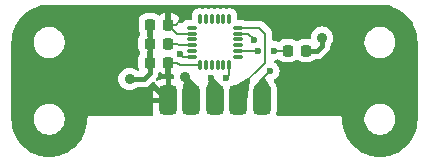
<source format=gbr>
%TF.GenerationSoftware,KiCad,Pcbnew,8.0.8*%
%TF.CreationDate,2025-02-04T17:25:34+01:00*%
%TF.ProjectId,IMU_PCB,494d555f-5043-4422-9e6b-696361645f70,rev?*%
%TF.SameCoordinates,Original*%
%TF.FileFunction,Copper,L1,Top*%
%TF.FilePolarity,Positive*%
%FSLAX46Y46*%
G04 Gerber Fmt 4.6, Leading zero omitted, Abs format (unit mm)*
G04 Created by KiCad (PCBNEW 8.0.8) date 2025-02-04 17:25:34*
%MOMM*%
%LPD*%
G01*
G04 APERTURE LIST*
G04 Aperture macros list*
%AMRoundRect*
0 Rectangle with rounded corners*
0 $1 Rounding radius*
0 $2 $3 $4 $5 $6 $7 $8 $9 X,Y pos of 4 corners*
0 Add a 4 corners polygon primitive as box body*
4,1,4,$2,$3,$4,$5,$6,$7,$8,$9,$2,$3,0*
0 Add four circle primitives for the rounded corners*
1,1,$1+$1,$2,$3*
1,1,$1+$1,$4,$5*
1,1,$1+$1,$6,$7*
1,1,$1+$1,$8,$9*
0 Add four rect primitives between the rounded corners*
20,1,$1+$1,$2,$3,$4,$5,0*
20,1,$1+$1,$4,$5,$6,$7,0*
20,1,$1+$1,$6,$7,$8,$9,0*
20,1,$1+$1,$8,$9,$2,$3,0*%
G04 Aperture macros list end*
%TA.AperFunction,SMDPad,CuDef*%
%ADD10RoundRect,0.375000X0.375000X-0.875000X0.375000X0.875000X-0.375000X0.875000X-0.375000X-0.875000X0*%
%TD*%
%TA.AperFunction,SMDPad,CuDef*%
%ADD11RoundRect,0.075000X-0.075000X0.350000X-0.075000X-0.350000X0.075000X-0.350000X0.075000X0.350000X0*%
%TD*%
%TA.AperFunction,SMDPad,CuDef*%
%ADD12RoundRect,0.075000X-0.350000X-0.075000X0.350000X-0.075000X0.350000X0.075000X-0.350000X0.075000X0*%
%TD*%
%TA.AperFunction,SMDPad,CuDef*%
%ADD13RoundRect,0.225000X0.225000X0.250000X-0.225000X0.250000X-0.225000X-0.250000X0.225000X-0.250000X0*%
%TD*%
%TA.AperFunction,SMDPad,CuDef*%
%ADD14RoundRect,0.225000X-0.225000X-0.250000X0.225000X-0.250000X0.225000X0.250000X-0.225000X0.250000X0*%
%TD*%
%TA.AperFunction,ViaPad*%
%ADD15C,0.600000*%
%TD*%
%TA.AperFunction,ViaPad*%
%ADD16C,0.900000*%
%TD*%
%TA.AperFunction,Conductor*%
%ADD17C,0.400000*%
%TD*%
%TA.AperFunction,Conductor*%
%ADD18C,0.200000*%
%TD*%
G04 APERTURE END LIST*
D10*
%TO.P,IMU_Conn1,1,Pin_1*%
%TO.N,+3.3V*%
X110525000Y-48350000D03*
%TO.P,IMU_Conn1,2,Pin_2*%
%TO.N,GND*%
X112525000Y-48350000D03*
%TO.P,IMU_Conn1,3,Pin_3*%
%TO.N,I2C3_IMU_INT*%
X114525000Y-48350000D03*
%TO.P,IMU_Conn1,4,Pin_4*%
%TO.N,I2C3_SDA*%
X116525000Y-48350000D03*
%TO.P,IMU_Conn1,5,Pin_5*%
%TO.N,I2C3_SCL*%
X118525000Y-48350000D03*
%TD*%
D11*
%TO.P,U2,1,CLKIN*%
%TO.N,unconnected-(U2-CLKIN-Pad1)*%
X115750000Y-41550000D03*
%TO.P,U2,2,NC*%
%TO.N,unconnected-(U2-NC-Pad2)*%
X115250000Y-41550000D03*
%TO.P,U2,3,NC*%
%TO.N,unconnected-(U2-NC-Pad3)*%
X114750000Y-41550000D03*
%TO.P,U2,4,NC*%
%TO.N,unconnected-(U2-NC-Pad4)*%
X114250000Y-41550000D03*
%TO.P,U2,5,NC*%
%TO.N,unconnected-(U2-NC-Pad5)*%
X113750000Y-41550000D03*
%TO.P,U2,6,AUX_DA*%
%TO.N,unconnected-(U2-AUX_DA-Pad6)*%
X113250000Y-41550000D03*
D12*
%TO.P,U2,7,AUX_CL*%
%TO.N,unconnected-(U2-AUX_CL-Pad7)*%
X112550000Y-42250000D03*
%TO.P,U2,8,VLOGIC*%
%TO.N,+3.3V*%
X112550000Y-42750000D03*
%TO.P,U2,9,AD0*%
%TO.N,unconnected-(U2-AD0-Pad9)*%
X112550000Y-43250000D03*
%TO.P,U2,10,REGOUT*%
%TO.N,Net-(U2-REGOUT)*%
X112550000Y-43750000D03*
%TO.P,U2,11,FSYNC*%
%TO.N,unconnected-(U2-FSYNC-Pad11)*%
X112550000Y-44250000D03*
%TO.P,U2,12,INT*%
%TO.N,I2C3_IMU_INT*%
X112550000Y-44750000D03*
D11*
%TO.P,U2,13,VDD*%
%TO.N,+3.3V*%
X113250000Y-45450000D03*
%TO.P,U2,14,NC*%
%TO.N,unconnected-(U2-NC-Pad14)*%
X113750000Y-45450000D03*
%TO.P,U2,15,NC*%
%TO.N,unconnected-(U2-NC-Pad15)*%
X114250000Y-45450000D03*
%TO.P,U2,16,NC*%
%TO.N,unconnected-(U2-NC-Pad16)*%
X114750000Y-45450000D03*
%TO.P,U2,17,NC*%
%TO.N,unconnected-(U2-NC-Pad17)*%
X115250000Y-45450000D03*
%TO.P,U2,18,GND*%
%TO.N,GND*%
X115750000Y-45450000D03*
D12*
%TO.P,U2,19,RESV*%
%TO.N,unconnected-(U2-RESV-Pad19)*%
X116450000Y-44750000D03*
%TO.P,U2,20,CPOUT*%
%TO.N,Net-(U2-CPOUT)*%
X116450000Y-44250000D03*
%TO.P,U2,21,RESV*%
%TO.N,unconnected-(U2-RESV-Pad21)*%
X116450000Y-43750000D03*
%TO.P,U2,22,RESV*%
%TO.N,unconnected-(U2-RESV-Pad22)*%
X116450000Y-43250000D03*
%TO.P,U2,23,SCL*%
%TO.N,I2C3_SCL*%
X116450000Y-42750000D03*
%TO.P,U2,24,SDA*%
%TO.N,I2C3_SDA*%
X116450000Y-42250000D03*
%TD*%
D13*
%TO.P,C5,1*%
%TO.N,Net-(U2-REGOUT)*%
X110550000Y-43600000D03*
%TO.P,C5,2*%
%TO.N,GND*%
X109000000Y-43600000D03*
%TD*%
%TO.P,C3,1*%
%TO.N,+3.3V*%
X110575000Y-42000000D03*
%TO.P,C3,2*%
%TO.N,GND*%
X109025000Y-42000000D03*
%TD*%
D14*
%TO.P,C4,1*%
%TO.N,GND*%
X109000000Y-45200000D03*
%TO.P,C4,2*%
%TO.N,+3.3V*%
X110550000Y-45200000D03*
%TD*%
D13*
%TO.P,C6,1*%
%TO.N,GND*%
X122250000Y-44200000D03*
%TO.P,C6,2*%
%TO.N,Net-(U2-CPOUT)*%
X120700000Y-44200000D03*
%TD*%
D15*
%TO.N,GND*%
X109025000Y-44500000D03*
X115500000Y-46500000D03*
D16*
X107300000Y-46600000D03*
D15*
X109025000Y-42800000D03*
D16*
X112000000Y-46400000D03*
X123600000Y-43100000D03*
D15*
%TO.N,I2C3_IMU_INT*%
X111600000Y-44500000D03*
X114200000Y-46500000D03*
%TO.N,I2C3_SCL*%
X117800000Y-43300000D03*
X119200000Y-45900000D03*
%TO.N,Net-(U2-CPOUT)*%
X118200000Y-44200000D03*
X119500000Y-44200000D03*
%TD*%
D17*
%TO.N,GND*%
X123600000Y-43800000D02*
X123200000Y-44200000D01*
X109025000Y-42000000D02*
X109025000Y-42800000D01*
X107300000Y-46600000D02*
X107200000Y-46600000D01*
X109025000Y-44500000D02*
X109025000Y-45175000D01*
X108600000Y-46500000D02*
X108500000Y-46600000D01*
X109000000Y-46100000D02*
X108600000Y-46500000D01*
D18*
X115750000Y-46250000D02*
X115500000Y-46500000D01*
D17*
X112000000Y-46400000D02*
X112525000Y-46925000D01*
X109000000Y-45200000D02*
X109000000Y-46100000D01*
X123200000Y-44200000D02*
X122250000Y-44200000D01*
X109025000Y-42800000D02*
X109025000Y-44500000D01*
X108500000Y-46600000D02*
X107300000Y-46600000D01*
X112525000Y-46925000D02*
X112525000Y-48350000D01*
X123600000Y-43100000D02*
X123600000Y-43800000D01*
D18*
X115750000Y-45450000D02*
X115750000Y-46250000D01*
%TO.N,I2C3_IMU_INT*%
X114200000Y-46500000D02*
X114525000Y-46825000D01*
X112550000Y-44750000D02*
X111850000Y-44750000D01*
X114525000Y-46825000D02*
X114525000Y-48350000D01*
X111850000Y-44750000D02*
X111600000Y-44500000D01*
X114200000Y-46500000D02*
X114100000Y-46500000D01*
%TO.N,+3.3V*%
X111550000Y-45450000D02*
X111300000Y-45200000D01*
X110575000Y-42000000D02*
X111200000Y-42000000D01*
X113250000Y-45450000D02*
X111550000Y-45450000D01*
X111200000Y-42000000D02*
X111600000Y-41600000D01*
D17*
X110525000Y-48350000D02*
X109050000Y-48350000D01*
X110525000Y-48350000D02*
X110525000Y-45225000D01*
D18*
X111300000Y-45200000D02*
X110550000Y-45200000D01*
X111325000Y-42750000D02*
X110575000Y-42000000D01*
X112550000Y-42750000D02*
X111325000Y-42750000D01*
%TO.N,I2C3_SCL*%
X118525000Y-46575000D02*
X118525000Y-48350000D01*
X117800000Y-43300000D02*
X117800000Y-43200000D01*
X117350000Y-42750000D02*
X116450000Y-42750000D01*
X119200000Y-45900000D02*
X118525000Y-46575000D01*
X117800000Y-43200000D02*
X117350000Y-42750000D01*
%TO.N,I2C3_SDA*%
X116450000Y-42250000D02*
X118250000Y-42250000D01*
X116525000Y-47475000D02*
X116525000Y-48350000D01*
X118800000Y-45200000D02*
X116525000Y-47475000D01*
X118250000Y-42250000D02*
X118800000Y-42800000D01*
X118800000Y-42800000D02*
X118800000Y-45200000D01*
X116600000Y-48400000D02*
X116500000Y-48500000D01*
%TO.N,Net-(U2-REGOUT)*%
X110550000Y-43600000D02*
X111300000Y-43600000D01*
X111450000Y-43750000D02*
X112550000Y-43750000D01*
X111300000Y-43600000D02*
X111450000Y-43750000D01*
%TO.N,Net-(U2-CPOUT)*%
X118200000Y-44200000D02*
X116500000Y-44200000D01*
X116500000Y-44200000D02*
X116450000Y-44250000D01*
X119500000Y-44200000D02*
X120700000Y-44200000D01*
%TD*%
%TA.AperFunction,Conductor*%
%TO.N,I2C3_IMU_INT*%
G36*
X114278958Y-46436673D02*
G01*
X114430985Y-46572783D01*
X115069534Y-47144477D01*
X115073412Y-47152549D01*
X115072366Y-47158069D01*
X114534160Y-48332263D01*
X114527598Y-48338356D01*
X114518649Y-48338024D01*
X114513977Y-48334152D01*
X113807332Y-47336839D01*
X113805346Y-47328108D01*
X113806120Y-47325479D01*
X114128404Y-46572779D01*
X114130882Y-46569118D01*
X114262883Y-46437117D01*
X114271155Y-46433691D01*
X114278958Y-46436673D01*
G37*
%TD.AperFunction*%
%TD*%
%TA.AperFunction,Conductor*%
%TO.N,I2C3_SDA*%
G36*
X117365968Y-46505309D02*
G01*
X117497020Y-46636361D01*
X117500447Y-46644634D01*
X117500364Y-46646024D01*
X117276558Y-48516093D01*
X117272172Y-48523901D01*
X117263551Y-48526320D01*
X117262236Y-48526086D01*
X116531872Y-48352508D01*
X116524615Y-48347261D01*
X116523031Y-48343021D01*
X116320385Y-47107978D01*
X116322427Y-47099261D01*
X116326076Y-47095956D01*
X117351844Y-46503450D01*
X117360721Y-46502280D01*
X117365968Y-46505309D01*
G37*
%TD.AperFunction*%
%TD*%
%TA.AperFunction,Conductor*%
%TO.N,I2C3_SCL*%
G36*
X118621663Y-46353526D02*
G01*
X118622397Y-46354200D01*
X118753734Y-46485537D01*
X118755573Y-46487925D01*
X119242668Y-47324986D01*
X119243868Y-47333861D01*
X119242103Y-47337635D01*
X118534995Y-48335602D01*
X118527415Y-48340371D01*
X118518684Y-48338385D01*
X118515242Y-48334559D01*
X117888795Y-47216900D01*
X117887739Y-47208007D01*
X117890052Y-47203642D01*
X118605179Y-46354932D01*
X118613128Y-46350815D01*
X118621663Y-46353526D01*
G37*
%TD.AperFunction*%
%TD*%
%TA.AperFunction,Conductor*%
%TO.N,GND*%
G36*
X112268105Y-46385107D02*
G01*
X112551272Y-46662926D01*
X113015777Y-47118659D01*
X113019282Y-47126899D01*
X113018431Y-47131395D01*
X112533726Y-48330861D01*
X112527449Y-48337247D01*
X112518494Y-48337325D01*
X112513331Y-48333241D01*
X111806684Y-47335924D01*
X111804698Y-47327193D01*
X111804903Y-47326235D01*
X111856379Y-47126899D01*
X111976195Y-46662923D01*
X111979247Y-46657580D01*
X112251641Y-46385186D01*
X112259913Y-46381760D01*
X112268105Y-46385107D01*
G37*
%TD.AperFunction*%
%TD*%
%TA.AperFunction,Conductor*%
%TO.N,+3.3V*%
G36*
X128503243Y-40300669D02*
G01*
X128827952Y-40317687D01*
X128840860Y-40319044D01*
X129158794Y-40369400D01*
X129171478Y-40372095D01*
X129482429Y-40455414D01*
X129494770Y-40459425D01*
X129795282Y-40574780D01*
X129807138Y-40580058D01*
X130093976Y-40726210D01*
X130105192Y-40732686D01*
X130375165Y-40908008D01*
X130385666Y-40915637D01*
X130635836Y-41118221D01*
X130645481Y-41126906D01*
X130873093Y-41354518D01*
X130881778Y-41364163D01*
X131084362Y-41614333D01*
X131091991Y-41624834D01*
X131267310Y-41894802D01*
X131273792Y-41906029D01*
X131334291Y-42024764D01*
X131419940Y-42192859D01*
X131425219Y-42204717D01*
X131540574Y-42505229D01*
X131544585Y-42517572D01*
X131627902Y-42828515D01*
X131630600Y-42841211D01*
X131680955Y-43159139D01*
X131682312Y-43172047D01*
X131699330Y-43496756D01*
X131699500Y-43503246D01*
X131699500Y-49996643D01*
X131699318Y-50003357D01*
X131681107Y-50339217D01*
X131679655Y-50352564D01*
X131625784Y-50681162D01*
X131622898Y-50694274D01*
X131533815Y-51015125D01*
X131529528Y-51027849D01*
X131406279Y-51337182D01*
X131400641Y-51349368D01*
X131244658Y-51643583D01*
X131237736Y-51655087D01*
X131050875Y-51930686D01*
X131042750Y-51941375D01*
X130827179Y-52195165D01*
X130817945Y-52204913D01*
X130576186Y-52433918D01*
X130565954Y-52442609D01*
X130300871Y-52644121D01*
X130289758Y-52651656D01*
X130004431Y-52823332D01*
X129992568Y-52829621D01*
X129690361Y-52969436D01*
X129677889Y-52974406D01*
X129362329Y-53080731D01*
X129349391Y-53084323D01*
X129024185Y-53155905D01*
X129010936Y-53158077D01*
X128679902Y-53194081D01*
X128666495Y-53194808D01*
X128333505Y-53194808D01*
X128320098Y-53194081D01*
X127989063Y-53158077D01*
X127975814Y-53155905D01*
X127650608Y-53084323D01*
X127637675Y-53080732D01*
X127474201Y-53025651D01*
X127322110Y-52974406D01*
X127309638Y-52969436D01*
X127007431Y-52829621D01*
X126995568Y-52823332D01*
X126989001Y-52819381D01*
X126710241Y-52651656D01*
X126699128Y-52644121D01*
X126434045Y-52442609D01*
X126423813Y-52433918D01*
X126182054Y-52204913D01*
X126172820Y-52195165D01*
X125957249Y-51941375D01*
X125949124Y-51930686D01*
X125762263Y-51655087D01*
X125755341Y-51643583D01*
X125599358Y-51349368D01*
X125593724Y-51337191D01*
X125470466Y-51027835D01*
X125466188Y-51015139D01*
X125377100Y-50694273D01*
X125374215Y-50681162D01*
X125320344Y-50352564D01*
X125318892Y-50339216D01*
X125300682Y-50003356D01*
X125300500Y-49996643D01*
X125300500Y-49952406D01*
X125300499Y-49952400D01*
X125289225Y-49917704D01*
X125287387Y-49911504D01*
X125283464Y-49896861D01*
X127189500Y-49896861D01*
X127189500Y-50103138D01*
X127221769Y-50306877D01*
X127221769Y-50306880D01*
X127285510Y-50503054D01*
X127285512Y-50503057D01*
X127379160Y-50686852D01*
X127500407Y-50853733D01*
X127646267Y-50999593D01*
X127813148Y-51120840D01*
X127996943Y-51214488D01*
X127996945Y-51214489D01*
X128193120Y-51278230D01*
X128193121Y-51278230D01*
X128193124Y-51278231D01*
X128396861Y-51310500D01*
X128396862Y-51310500D01*
X128603138Y-51310500D01*
X128603139Y-51310500D01*
X128806876Y-51278231D01*
X128806879Y-51278230D01*
X128806880Y-51278230D01*
X129003054Y-51214489D01*
X129003054Y-51214488D01*
X129003057Y-51214488D01*
X129186852Y-51120840D01*
X129353733Y-50999593D01*
X129499593Y-50853733D01*
X129620840Y-50686852D01*
X129714488Y-50503057D01*
X129778231Y-50306876D01*
X129810500Y-50103139D01*
X129810500Y-49896861D01*
X129778231Y-49693124D01*
X129778230Y-49693120D01*
X129778230Y-49693119D01*
X129714489Y-49496945D01*
X129714488Y-49496943D01*
X129620840Y-49313148D01*
X129499593Y-49146267D01*
X129353733Y-49000407D01*
X129186852Y-48879160D01*
X129003054Y-48785510D01*
X128806879Y-48721769D01*
X128654073Y-48697567D01*
X128603139Y-48689500D01*
X128396861Y-48689500D01*
X128328948Y-48700256D01*
X128193122Y-48721769D01*
X128193119Y-48721769D01*
X127996945Y-48785510D01*
X127813147Y-48879160D01*
X127646265Y-49000408D01*
X127500408Y-49146265D01*
X127379160Y-49313147D01*
X127285510Y-49496945D01*
X127221769Y-49693119D01*
X127221769Y-49693122D01*
X127189500Y-49896861D01*
X125283464Y-49896861D01*
X125280021Y-49884011D01*
X125280019Y-49884007D01*
X125276914Y-49876510D01*
X125277205Y-49876389D01*
X125272007Y-49864712D01*
X125271086Y-49861877D01*
X125271083Y-49861871D01*
X125256184Y-49841365D01*
X125249113Y-49830477D01*
X125240459Y-49815488D01*
X125240458Y-49815486D01*
X125236110Y-49811138D01*
X125223474Y-49796344D01*
X125215136Y-49784868D01*
X125215134Y-49784867D01*
X125215134Y-49784866D01*
X125203648Y-49776521D01*
X125188860Y-49763889D01*
X125184512Y-49759541D01*
X125184507Y-49759537D01*
X125169515Y-49750882D01*
X125158632Y-49743814D01*
X125138125Y-49728915D01*
X125138123Y-49728914D01*
X125138119Y-49728912D01*
X125135275Y-49727988D01*
X125123618Y-49722799D01*
X125123499Y-49723089D01*
X125115993Y-49719980D01*
X125109978Y-49718368D01*
X125088501Y-49712613D01*
X125082297Y-49710775D01*
X125074276Y-49708169D01*
X125047598Y-49699500D01*
X125047595Y-49699500D01*
X125039562Y-49699500D01*
X119841548Y-49699500D01*
X119774509Y-49679815D01*
X119728754Y-49627011D01*
X119718810Y-49557853D01*
X119725154Y-49532739D01*
X119726634Y-49528705D01*
X119726641Y-49528693D01*
X119772600Y-49343889D01*
X119775500Y-49301123D01*
X119775499Y-47398878D01*
X119772600Y-47356111D01*
X119726641Y-47171307D01*
X119694079Y-47105652D01*
X119690215Y-47097054D01*
X119679578Y-47070743D01*
X119662615Y-47041593D01*
X119658707Y-47034331D01*
X119642031Y-47000706D01*
X119642030Y-47000705D01*
X119642030Y-47000704D01*
X119636241Y-46993502D01*
X119625724Y-46978196D01*
X119515438Y-46788672D01*
X119498735Y-46720832D01*
X119521361Y-46654727D01*
X119556642Y-46621315D01*
X119585954Y-46602897D01*
X119702262Y-46529816D01*
X119829816Y-46402262D01*
X119925789Y-46249522D01*
X119985368Y-46079255D01*
X119985369Y-46079249D01*
X120005565Y-45900003D01*
X120005565Y-45899996D01*
X119985369Y-45720750D01*
X119985368Y-45720745D01*
X119945169Y-45605864D01*
X119925789Y-45550478D01*
X119829816Y-45397738D01*
X119702262Y-45270184D01*
X119702256Y-45270179D01*
X119614460Y-45215013D01*
X119568169Y-45162679D01*
X119557521Y-45093625D01*
X119585896Y-45029777D01*
X119644286Y-44991405D01*
X119666544Y-44986800D01*
X119679255Y-44985368D01*
X119679258Y-44985367D01*
X119679259Y-44985367D01*
X119720172Y-44971050D01*
X119831729Y-44932014D01*
X119901505Y-44928452D01*
X119960363Y-44961375D01*
X120021955Y-45022967D01*
X120021959Y-45022970D01*
X120166294Y-45111998D01*
X120166297Y-45111999D01*
X120166303Y-45112003D01*
X120327292Y-45165349D01*
X120426655Y-45175500D01*
X120973344Y-45175499D01*
X120973352Y-45175498D01*
X120973355Y-45175498D01*
X121027760Y-45169940D01*
X121072708Y-45165349D01*
X121233697Y-45112003D01*
X121378044Y-45022968D01*
X121387319Y-45013693D01*
X121448642Y-44980208D01*
X121518334Y-44985192D01*
X121562681Y-45013693D01*
X121571955Y-45022967D01*
X121571959Y-45022970D01*
X121716294Y-45111998D01*
X121716297Y-45111999D01*
X121716303Y-45112003D01*
X121877292Y-45165349D01*
X121976655Y-45175500D01*
X122523344Y-45175499D01*
X122523352Y-45175498D01*
X122523355Y-45175498D01*
X122577760Y-45169940D01*
X122622708Y-45165349D01*
X122783697Y-45112003D01*
X122928044Y-45022968D01*
X123014193Y-44936819D01*
X123075516Y-44903334D01*
X123101874Y-44900500D01*
X123268996Y-44900500D01*
X123360040Y-44882389D01*
X123404328Y-44873580D01*
X123474732Y-44844418D01*
X123531807Y-44820777D01*
X123531808Y-44820776D01*
X123531811Y-44820775D01*
X123646543Y-44744114D01*
X124144113Y-44246543D01*
X124151525Y-44235451D01*
X124220775Y-44131811D01*
X124266780Y-44020745D01*
X124273580Y-44004329D01*
X124283216Y-43955886D01*
X124300500Y-43868993D01*
X124300500Y-43789088D01*
X124320185Y-43722049D01*
X124328647Y-43710423D01*
X124394135Y-43630626D01*
X124394137Y-43630623D01*
X124477740Y-43474211D01*
X124482396Y-43465501D01*
X124503218Y-43396861D01*
X127189500Y-43396861D01*
X127189500Y-43603139D01*
X127193854Y-43630626D01*
X127221769Y-43806877D01*
X127221769Y-43806880D01*
X127285510Y-44003054D01*
X127294524Y-44020745D01*
X127379160Y-44186852D01*
X127500407Y-44353733D01*
X127646267Y-44499593D01*
X127813148Y-44620840D01*
X127996943Y-44714488D01*
X127996945Y-44714489D01*
X128193120Y-44778230D01*
X128193121Y-44778230D01*
X128193124Y-44778231D01*
X128396861Y-44810500D01*
X128396862Y-44810500D01*
X128603138Y-44810500D01*
X128603139Y-44810500D01*
X128806876Y-44778231D01*
X128806879Y-44778230D01*
X128806880Y-44778230D01*
X129003054Y-44714489D01*
X129003054Y-44714488D01*
X129003057Y-44714488D01*
X129186852Y-44620840D01*
X129353733Y-44499593D01*
X129499593Y-44353733D01*
X129620840Y-44186852D01*
X129714488Y-44003057D01*
X129716226Y-43997707D01*
X129778230Y-43806880D01*
X129778230Y-43806879D01*
X129778231Y-43806876D01*
X129810500Y-43603139D01*
X129810500Y-43396861D01*
X129778231Y-43193124D01*
X129778230Y-43193120D01*
X129778230Y-43193119D01*
X129714489Y-42996945D01*
X129662322Y-42894561D01*
X129620840Y-42813148D01*
X129499593Y-42646267D01*
X129353733Y-42500407D01*
X129186852Y-42379160D01*
X129154587Y-42362720D01*
X129003054Y-42285510D01*
X128806879Y-42221769D01*
X128654073Y-42197567D01*
X128603139Y-42189500D01*
X128396861Y-42189500D01*
X128339116Y-42198646D01*
X128193122Y-42221769D01*
X128193119Y-42221769D01*
X127996945Y-42285510D01*
X127813147Y-42379160D01*
X127646265Y-42500408D01*
X127500408Y-42646265D01*
X127379160Y-42813147D01*
X127285510Y-42996945D01*
X127221769Y-43193119D01*
X127221769Y-43193122D01*
X127204579Y-43301655D01*
X127189500Y-43396861D01*
X124503218Y-43396861D01*
X124536747Y-43286331D01*
X124555099Y-43100000D01*
X124536747Y-42913669D01*
X124482396Y-42734499D01*
X124465583Y-42703044D01*
X124394137Y-42569376D01*
X124394135Y-42569373D01*
X124275357Y-42424642D01*
X124130626Y-42305864D01*
X124130623Y-42305862D01*
X123965502Y-42217604D01*
X123786333Y-42163253D01*
X123786331Y-42163252D01*
X123600000Y-42144901D01*
X123413668Y-42163252D01*
X123413666Y-42163253D01*
X123234497Y-42217604D01*
X123069376Y-42305862D01*
X123069373Y-42305864D01*
X122924642Y-42424642D01*
X122805864Y-42569373D01*
X122805862Y-42569376D01*
X122717604Y-42734497D01*
X122663253Y-42913666D01*
X122663252Y-42913668D01*
X122644901Y-43100000D01*
X122644901Y-43100500D01*
X122644826Y-43100752D01*
X122644304Y-43106062D01*
X122643296Y-43105962D01*
X122625216Y-43167539D01*
X122572412Y-43213294D01*
X122520901Y-43224500D01*
X121976662Y-43224500D01*
X121976644Y-43224501D01*
X121877292Y-43234650D01*
X121877289Y-43234651D01*
X121716305Y-43287996D01*
X121716294Y-43288001D01*
X121571959Y-43377029D01*
X121571955Y-43377032D01*
X121562681Y-43386307D01*
X121501358Y-43419792D01*
X121431666Y-43414808D01*
X121387319Y-43386307D01*
X121378044Y-43377032D01*
X121378040Y-43377029D01*
X121233705Y-43288001D01*
X121233699Y-43287998D01*
X121233697Y-43287997D01*
X121186658Y-43272410D01*
X121072709Y-43234651D01*
X120973346Y-43224500D01*
X120426662Y-43224500D01*
X120426644Y-43224501D01*
X120327292Y-43234650D01*
X120327289Y-43234651D01*
X120166305Y-43287996D01*
X120166294Y-43288001D01*
X120021959Y-43377029D01*
X119960364Y-43438624D01*
X119899040Y-43472108D01*
X119831729Y-43467984D01*
X119679257Y-43414632D01*
X119679250Y-43414630D01*
X119510616Y-43395630D01*
X119446202Y-43368563D01*
X119406647Y-43310968D01*
X119400500Y-43272410D01*
X119400500Y-42720945D01*
X119400500Y-42720943D01*
X119359577Y-42568216D01*
X119323212Y-42505229D01*
X119280524Y-42431290D01*
X119280521Y-42431286D01*
X119280520Y-42431284D01*
X119168716Y-42319480D01*
X119168715Y-42319479D01*
X119164385Y-42315149D01*
X119164374Y-42315139D01*
X118737590Y-41888355D01*
X118737588Y-41888352D01*
X118618717Y-41769481D01*
X118618716Y-41769480D01*
X118531904Y-41719360D01*
X118531904Y-41719359D01*
X118531900Y-41719358D01*
X118481785Y-41690423D01*
X118329057Y-41649499D01*
X118170943Y-41649499D01*
X118163347Y-41649499D01*
X118163331Y-41649500D01*
X117059849Y-41649500D01*
X117012396Y-41640061D01*
X116950236Y-41614313D01*
X116936171Y-41612461D01*
X116837727Y-41599500D01*
X116837720Y-41599500D01*
X116524500Y-41599500D01*
X116457461Y-41579815D01*
X116411706Y-41527011D01*
X116400500Y-41475500D01*
X116400500Y-41162286D01*
X116400499Y-41162272D01*
X116395843Y-41126906D01*
X116385687Y-41049764D01*
X116327698Y-40909767D01*
X116235451Y-40789549D01*
X116115233Y-40697302D01*
X116115229Y-40697300D01*
X115999998Y-40649570D01*
X115975236Y-40639313D01*
X115960698Y-40637399D01*
X115862727Y-40624500D01*
X115862720Y-40624500D01*
X115637280Y-40624500D01*
X115637272Y-40624500D01*
X115550393Y-40635938D01*
X115524764Y-40639313D01*
X115524762Y-40639313D01*
X115516708Y-40640374D01*
X115516316Y-40637399D01*
X115483684Y-40637399D01*
X115483292Y-40640374D01*
X115475237Y-40639313D01*
X115475236Y-40639313D01*
X115446271Y-40635499D01*
X115362727Y-40624500D01*
X115362720Y-40624500D01*
X115137280Y-40624500D01*
X115137272Y-40624500D01*
X115050393Y-40635938D01*
X115024764Y-40639313D01*
X115024762Y-40639313D01*
X115016708Y-40640374D01*
X115016316Y-40637399D01*
X114983684Y-40637399D01*
X114983292Y-40640374D01*
X114975237Y-40639313D01*
X114975236Y-40639313D01*
X114946271Y-40635499D01*
X114862727Y-40624500D01*
X114862720Y-40624500D01*
X114637280Y-40624500D01*
X114637272Y-40624500D01*
X114550393Y-40635938D01*
X114524764Y-40639313D01*
X114524762Y-40639313D01*
X114516708Y-40640374D01*
X114516316Y-40637399D01*
X114483684Y-40637399D01*
X114483292Y-40640374D01*
X114475237Y-40639313D01*
X114475236Y-40639313D01*
X114446271Y-40635499D01*
X114362727Y-40624500D01*
X114362720Y-40624500D01*
X114137280Y-40624500D01*
X114137272Y-40624500D01*
X114050393Y-40635938D01*
X114024764Y-40639313D01*
X114024762Y-40639313D01*
X114016708Y-40640374D01*
X114016316Y-40637399D01*
X113983684Y-40637399D01*
X113983292Y-40640374D01*
X113975237Y-40639313D01*
X113975236Y-40639313D01*
X113946271Y-40635499D01*
X113862727Y-40624500D01*
X113862720Y-40624500D01*
X113637280Y-40624500D01*
X113637272Y-40624500D01*
X113550393Y-40635938D01*
X113524764Y-40639313D01*
X113524762Y-40639313D01*
X113516708Y-40640374D01*
X113516316Y-40637399D01*
X113483684Y-40637399D01*
X113483292Y-40640374D01*
X113475237Y-40639313D01*
X113475236Y-40639313D01*
X113446271Y-40635499D01*
X113362727Y-40624500D01*
X113362720Y-40624500D01*
X113137280Y-40624500D01*
X113137272Y-40624500D01*
X113024764Y-40639313D01*
X113024763Y-40639313D01*
X112884770Y-40697300D01*
X112884767Y-40697301D01*
X112884767Y-40697302D01*
X112838645Y-40732693D01*
X112764549Y-40789549D01*
X112672300Y-40909770D01*
X112614313Y-41049763D01*
X112614313Y-41049764D01*
X112599500Y-41162272D01*
X112599500Y-41475500D01*
X112579815Y-41542539D01*
X112527011Y-41588294D01*
X112475500Y-41599500D01*
X112162272Y-41599500D01*
X112049764Y-41614313D01*
X112049763Y-41614313D01*
X111909770Y-41672300D01*
X111909767Y-41672301D01*
X111909767Y-41672302D01*
X111789549Y-41764549D01*
X111789548Y-41764550D01*
X111789547Y-41764551D01*
X111747374Y-41819512D01*
X111690946Y-41860714D01*
X111621200Y-41864869D01*
X111560280Y-41830656D01*
X111527528Y-41768939D01*
X111524999Y-41744025D01*
X111524999Y-41701692D01*
X111524998Y-41701676D01*
X111514855Y-41602392D01*
X111461547Y-41441518D01*
X111461542Y-41441507D01*
X111372575Y-41297271D01*
X111372572Y-41297267D01*
X111252732Y-41177427D01*
X111252728Y-41177424D01*
X111108492Y-41088457D01*
X111108481Y-41088452D01*
X110947606Y-41035144D01*
X110848322Y-41025000D01*
X110825000Y-41025000D01*
X110825000Y-41876000D01*
X110805315Y-41943039D01*
X110752511Y-41988794D01*
X110701000Y-42000000D01*
X110449000Y-42000000D01*
X110381961Y-41980315D01*
X110336206Y-41927511D01*
X110325000Y-41876000D01*
X110325000Y-41024999D01*
X110301693Y-41025000D01*
X110301674Y-41025001D01*
X110202392Y-41035144D01*
X110041518Y-41088452D01*
X110041507Y-41088457D01*
X109897271Y-41177424D01*
X109897265Y-41177428D01*
X109888031Y-41186663D01*
X109826707Y-41220146D01*
X109757015Y-41215159D01*
X109712672Y-41186660D01*
X109703044Y-41177032D01*
X109703040Y-41177029D01*
X109558705Y-41088001D01*
X109558699Y-41087998D01*
X109558697Y-41087997D01*
X109558694Y-41087996D01*
X109397709Y-41034651D01*
X109298346Y-41024500D01*
X108751662Y-41024500D01*
X108751644Y-41024501D01*
X108652292Y-41034650D01*
X108652289Y-41034651D01*
X108491305Y-41087996D01*
X108491294Y-41088001D01*
X108346959Y-41177029D01*
X108346955Y-41177032D01*
X108227032Y-41296955D01*
X108227029Y-41296959D01*
X108138001Y-41441294D01*
X108137996Y-41441305D01*
X108084651Y-41602290D01*
X108074500Y-41701647D01*
X108074500Y-42298337D01*
X108074501Y-42298355D01*
X108084650Y-42397707D01*
X108084651Y-42397710D01*
X108137996Y-42558694D01*
X108138001Y-42558705D01*
X108207369Y-42671167D01*
X108225810Y-42738559D01*
X108225051Y-42750146D01*
X108219435Y-42799994D01*
X108219435Y-42800004D01*
X108221190Y-42815582D01*
X108209135Y-42884404D01*
X108203509Y-42894561D01*
X108112998Y-43041300D01*
X108112996Y-43041305D01*
X108059651Y-43202290D01*
X108049500Y-43301647D01*
X108049500Y-43898337D01*
X108049501Y-43898355D01*
X108059650Y-43997707D01*
X108059651Y-43997710D01*
X108112996Y-44158694D01*
X108113001Y-44158705D01*
X108202031Y-44303044D01*
X108205017Y-44306820D01*
X108231157Y-44371615D01*
X108230970Y-44397614D01*
X108226694Y-44435562D01*
X108204330Y-44489888D01*
X108205823Y-44490809D01*
X108113001Y-44641294D01*
X108112996Y-44641305D01*
X108059651Y-44802290D01*
X108049500Y-44901647D01*
X108049500Y-45498337D01*
X108049501Y-45498355D01*
X108059650Y-45597707D01*
X108059651Y-45597711D01*
X108105209Y-45735195D01*
X108107611Y-45805024D01*
X108071879Y-45865066D01*
X108009358Y-45896258D01*
X107939899Y-45888697D01*
X107908838Y-45870052D01*
X107830626Y-45805864D01*
X107830623Y-45805862D01*
X107665502Y-45717604D01*
X107486333Y-45663253D01*
X107486331Y-45663252D01*
X107300000Y-45644901D01*
X107113668Y-45663252D01*
X107113666Y-45663253D01*
X106934497Y-45717604D01*
X106769376Y-45805862D01*
X106769373Y-45805864D01*
X106624642Y-45924642D01*
X106505864Y-46069373D01*
X106505862Y-46069376D01*
X106417604Y-46234497D01*
X106363253Y-46413666D01*
X106363252Y-46413668D01*
X106344901Y-46600000D01*
X106363252Y-46786331D01*
X106363253Y-46786333D01*
X106417604Y-46965502D01*
X106505862Y-47130623D01*
X106505864Y-47130626D01*
X106624642Y-47275357D01*
X106769373Y-47394135D01*
X106769376Y-47394137D01*
X106880533Y-47453551D01*
X106934499Y-47482396D01*
X107113666Y-47536746D01*
X107113668Y-47536747D01*
X107130374Y-47538392D01*
X107300000Y-47555099D01*
X107486331Y-47536747D01*
X107665501Y-47482396D01*
X107830625Y-47394136D01*
X107910423Y-47328646D01*
X107974732Y-47301334D01*
X107989088Y-47300500D01*
X108568996Y-47300500D01*
X108660040Y-47282389D01*
X108704328Y-47273580D01*
X108768069Y-47247177D01*
X108831807Y-47220777D01*
X108831808Y-47220776D01*
X108831811Y-47220775D01*
X108946543Y-47144114D01*
X109046541Y-47044115D01*
X109046543Y-47044114D01*
X109250203Y-46840453D01*
X109311523Y-46806970D01*
X109381215Y-46811954D01*
X109437148Y-46853826D01*
X109461565Y-46919290D01*
X109461699Y-46921421D01*
X109462371Y-46933820D01*
X110614094Y-48085543D01*
X110647579Y-48146866D01*
X110642595Y-48216558D01*
X110614094Y-48260905D01*
X110435905Y-48439094D01*
X110374582Y-48472579D01*
X110304890Y-48467595D01*
X110260543Y-48439094D01*
X109275000Y-47453551D01*
X109275000Y-49301096D01*
X109277897Y-49343824D01*
X109323832Y-49528529D01*
X109325380Y-49532741D01*
X109330021Y-49602456D01*
X109296233Y-49663613D01*
X109234745Y-49696795D01*
X109208986Y-49699500D01*
X104047595Y-49699500D01*
X103952405Y-49699500D01*
X103952403Y-49699500D01*
X103952399Y-49699501D01*
X103917699Y-49710775D01*
X103911482Y-49712617D01*
X103884007Y-49719979D01*
X103876510Y-49723085D01*
X103876390Y-49722796D01*
X103864727Y-49727987D01*
X103861880Y-49728912D01*
X103861873Y-49728915D01*
X103841364Y-49743816D01*
X103830486Y-49750880D01*
X103815491Y-49759538D01*
X103811133Y-49763896D01*
X103796349Y-49776522D01*
X103784866Y-49784866D01*
X103776525Y-49796346D01*
X103763896Y-49811133D01*
X103759538Y-49815491D01*
X103750880Y-49830486D01*
X103743816Y-49841364D01*
X103728915Y-49861873D01*
X103728912Y-49861880D01*
X103727987Y-49864727D01*
X103722796Y-49876390D01*
X103723085Y-49876510D01*
X103719979Y-49884007D01*
X103712617Y-49911482D01*
X103710775Y-49917699D01*
X103699501Y-49952399D01*
X103699500Y-49952408D01*
X103699500Y-49996643D01*
X103699318Y-50003357D01*
X103681107Y-50339217D01*
X103679655Y-50352564D01*
X103625784Y-50681162D01*
X103622898Y-50694274D01*
X103533815Y-51015125D01*
X103529528Y-51027849D01*
X103406279Y-51337182D01*
X103400641Y-51349368D01*
X103244658Y-51643583D01*
X103237736Y-51655087D01*
X103050875Y-51930686D01*
X103042750Y-51941375D01*
X102827179Y-52195165D01*
X102817945Y-52204913D01*
X102576186Y-52433918D01*
X102565954Y-52442609D01*
X102300871Y-52644121D01*
X102289758Y-52651656D01*
X102004431Y-52823332D01*
X101992568Y-52829621D01*
X101690361Y-52969436D01*
X101677889Y-52974406D01*
X101362329Y-53080731D01*
X101349391Y-53084323D01*
X101024185Y-53155905D01*
X101010936Y-53158077D01*
X100679902Y-53194081D01*
X100666495Y-53194808D01*
X100333505Y-53194808D01*
X100320098Y-53194081D01*
X99989063Y-53158077D01*
X99975814Y-53155905D01*
X99650608Y-53084323D01*
X99637675Y-53080732D01*
X99474201Y-53025651D01*
X99322110Y-52974406D01*
X99309638Y-52969436D01*
X99007431Y-52829621D01*
X98995568Y-52823332D01*
X98989001Y-52819381D01*
X98710241Y-52651656D01*
X98699128Y-52644121D01*
X98434045Y-52442609D01*
X98423813Y-52433918D01*
X98182054Y-52204913D01*
X98172820Y-52195165D01*
X97957249Y-51941375D01*
X97949124Y-51930686D01*
X97762263Y-51655087D01*
X97755341Y-51643583D01*
X97599358Y-51349368D01*
X97593724Y-51337191D01*
X97470466Y-51027835D01*
X97466188Y-51015139D01*
X97377100Y-50694273D01*
X97374215Y-50681162D01*
X97320344Y-50352564D01*
X97318892Y-50339216D01*
X97300682Y-50003356D01*
X97300500Y-49996643D01*
X97300500Y-49896861D01*
X99189500Y-49896861D01*
X99189500Y-50103138D01*
X99221769Y-50306877D01*
X99221769Y-50306880D01*
X99285510Y-50503054D01*
X99285512Y-50503057D01*
X99379160Y-50686852D01*
X99500407Y-50853733D01*
X99646267Y-50999593D01*
X99813148Y-51120840D01*
X99996943Y-51214488D01*
X99996945Y-51214489D01*
X100193120Y-51278230D01*
X100193121Y-51278230D01*
X100193124Y-51278231D01*
X100396861Y-51310500D01*
X100396862Y-51310500D01*
X100603138Y-51310500D01*
X100603139Y-51310500D01*
X100806876Y-51278231D01*
X100806879Y-51278230D01*
X100806880Y-51278230D01*
X101003054Y-51214489D01*
X101003054Y-51214488D01*
X101003057Y-51214488D01*
X101186852Y-51120840D01*
X101353733Y-50999593D01*
X101499593Y-50853733D01*
X101620840Y-50686852D01*
X101714488Y-50503057D01*
X101778231Y-50306876D01*
X101810500Y-50103139D01*
X101810500Y-49896861D01*
X101778231Y-49693124D01*
X101778230Y-49693120D01*
X101778230Y-49693119D01*
X101714489Y-49496945D01*
X101714488Y-49496943D01*
X101620840Y-49313148D01*
X101499593Y-49146267D01*
X101353733Y-49000407D01*
X101186852Y-48879160D01*
X101003054Y-48785510D01*
X100806879Y-48721769D01*
X100654073Y-48697567D01*
X100603139Y-48689500D01*
X100396861Y-48689500D01*
X100328948Y-48700256D01*
X100193122Y-48721769D01*
X100193119Y-48721769D01*
X99996945Y-48785510D01*
X99813147Y-48879160D01*
X99646265Y-49000408D01*
X99500408Y-49146265D01*
X99379160Y-49313147D01*
X99285510Y-49496945D01*
X99221769Y-49693119D01*
X99221769Y-49693122D01*
X99189500Y-49896861D01*
X97300500Y-49896861D01*
X97300500Y-43503246D01*
X97300670Y-43496756D01*
X97305905Y-43396861D01*
X99189500Y-43396861D01*
X99189500Y-43603139D01*
X99193854Y-43630626D01*
X99221769Y-43806877D01*
X99221769Y-43806880D01*
X99285510Y-44003054D01*
X99294524Y-44020745D01*
X99379160Y-44186852D01*
X99500407Y-44353733D01*
X99646267Y-44499593D01*
X99813148Y-44620840D01*
X99996943Y-44714488D01*
X99996945Y-44714489D01*
X100193120Y-44778230D01*
X100193121Y-44778230D01*
X100193124Y-44778231D01*
X100396861Y-44810500D01*
X100396862Y-44810500D01*
X100603138Y-44810500D01*
X100603139Y-44810500D01*
X100806876Y-44778231D01*
X100806879Y-44778230D01*
X100806880Y-44778230D01*
X101003054Y-44714489D01*
X101003054Y-44714488D01*
X101003057Y-44714488D01*
X101186852Y-44620840D01*
X101353733Y-44499593D01*
X101499593Y-44353733D01*
X101620840Y-44186852D01*
X101714488Y-44003057D01*
X101716226Y-43997707D01*
X101778230Y-43806880D01*
X101778230Y-43806879D01*
X101778231Y-43806876D01*
X101810500Y-43603139D01*
X101810500Y-43396861D01*
X101778231Y-43193124D01*
X101778230Y-43193120D01*
X101778230Y-43193119D01*
X101714489Y-42996945D01*
X101662322Y-42894561D01*
X101620840Y-42813148D01*
X101499593Y-42646267D01*
X101353733Y-42500407D01*
X101186852Y-42379160D01*
X101154587Y-42362720D01*
X101003054Y-42285510D01*
X100806879Y-42221769D01*
X100654073Y-42197567D01*
X100603139Y-42189500D01*
X100396861Y-42189500D01*
X100339116Y-42198646D01*
X100193122Y-42221769D01*
X100193119Y-42221769D01*
X99996945Y-42285510D01*
X99813147Y-42379160D01*
X99646265Y-42500408D01*
X99500408Y-42646265D01*
X99379160Y-42813147D01*
X99285510Y-42996945D01*
X99221769Y-43193119D01*
X99221769Y-43193122D01*
X99204579Y-43301655D01*
X99189500Y-43396861D01*
X97305905Y-43396861D01*
X97311610Y-43287997D01*
X97317687Y-43172045D01*
X97319044Y-43159139D01*
X97327451Y-43106062D01*
X97369401Y-42841201D01*
X97372094Y-42828525D01*
X97455416Y-42517564D01*
X97459425Y-42505229D01*
X97461276Y-42500407D01*
X97574784Y-42204707D01*
X97580054Y-42192868D01*
X97726214Y-41906014D01*
X97732680Y-41894815D01*
X97908015Y-41624823D01*
X97915630Y-41614342D01*
X98118229Y-41364153D01*
X98126896Y-41354528D01*
X98354528Y-41126896D01*
X98364153Y-41118229D01*
X98614342Y-40915630D01*
X98624823Y-40908015D01*
X98894815Y-40732680D01*
X98906014Y-40726214D01*
X99192868Y-40580054D01*
X99204707Y-40574784D01*
X99505236Y-40459422D01*
X99517564Y-40455416D01*
X99828525Y-40372094D01*
X99841201Y-40369401D01*
X100159141Y-40319043D01*
X100172045Y-40317687D01*
X100496756Y-40300669D01*
X100503246Y-40300500D01*
X100547595Y-40300500D01*
X128452405Y-40300500D01*
X128496754Y-40300500D01*
X128503243Y-40300669D01*
G37*
%TD.AperFunction*%
%TA.AperFunction,Conductor*%
G36*
X110743039Y-45219685D02*
G01*
X110788794Y-45272489D01*
X110800000Y-45324000D01*
X110800000Y-46174999D01*
X110823308Y-46174999D01*
X110823322Y-46174998D01*
X110918669Y-46165258D01*
X110987362Y-46178028D01*
X111038246Y-46225908D01*
X111055167Y-46293698D01*
X111054674Y-46300770D01*
X111044901Y-46400000D01*
X111051189Y-46463846D01*
X111038170Y-46532492D01*
X110990105Y-46583203D01*
X110927786Y-46600000D01*
X110073903Y-46600000D01*
X110031175Y-46602897D01*
X109846480Y-46648830D01*
X109708496Y-46717263D01*
X109639691Y-46729414D01*
X109575239Y-46702437D01*
X109535603Y-46644897D01*
X109533368Y-46575064D01*
X109550376Y-46537170D01*
X109550879Y-46536419D01*
X109620771Y-46431817D01*
X109620771Y-46431816D01*
X109620775Y-46431811D01*
X109673580Y-46304328D01*
X109673601Y-46304225D01*
X109680763Y-46268215D01*
X109700500Y-46168993D01*
X109700500Y-46138800D01*
X109720185Y-46071761D01*
X109772989Y-46026006D01*
X109842147Y-46016062D01*
X109889597Y-46033262D01*
X110016507Y-46111542D01*
X110016518Y-46111547D01*
X110177393Y-46164855D01*
X110276683Y-46174999D01*
X110300000Y-46174998D01*
X110300000Y-45324000D01*
X110319685Y-45256961D01*
X110372489Y-45211206D01*
X110424000Y-45200000D01*
X110676000Y-45200000D01*
X110743039Y-45219685D01*
G37*
%TD.AperFunction*%
%TD*%
M02*

</source>
